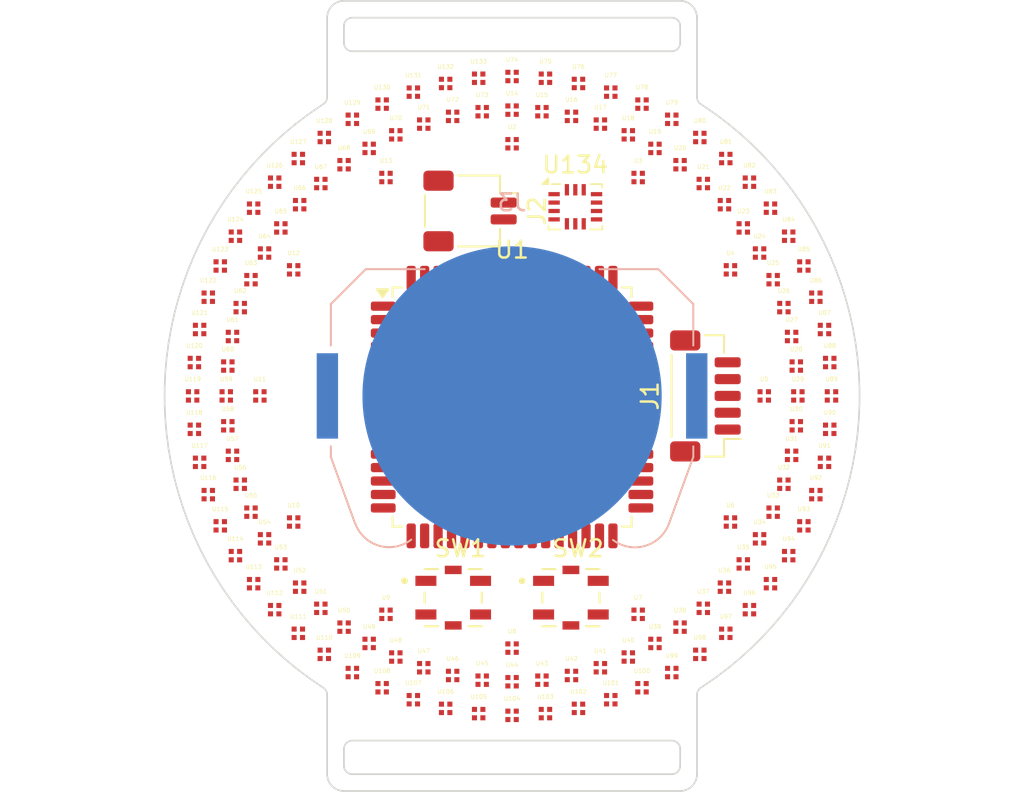
<source format=kicad_pcb>
(kicad_pcb (version 20241229) (generator "pcbnew") (generator_version "9.0")
  (layers (0 "F.Cu" signal) (2 "B.Cu" signal) (13 "F.Paste" user) (15 "B.Paste" user) (5 "F.SilkS" user "F.Silkscreen") (7 "B.SilkS" user "B.Silkscreen") (1 "F.Mask" user) (3 "B.Mask" user) (25 "Edge.Cuts" user))
  (net 0 "")
  (net 1 "/Minute3")
  (net 2 "/B4")
  (net 3 "/R1")
  (net 6 "Net-(J1-GND)")
  (net 8 "/Minute4")
  (net 9 "/Minute5")
  (net 10 "/R4")
  (net 11 "/B6")
  (net 12 "/Minute2")
  (net 13 "Net-(J1-VCC)")
  (net 14 "/B2")
  (net 15 "/Second4")
  (net 16 "/G5")
  (net 17 "/G1")
  (net 18 "/R6")
  (net 19 "/B5")
  (net 20 "Net-(J1-~{RST})")
  (net 21 "Net-(U1-PF2)")
  (net 22 "Net-(U1-PF0)")
  (net 23 "/Second7")
  (net 24 "/Minute6")
  (net 25 "/Second3")
  (net 26 "/Second2")
  (net 27 "/G2")
  (net 28 "/Minute10")
  (net 29 "/G6")
  (net 34 "/G3")
  (net 35 "/Hour2")
  (net 36 "/Second6")
  (net 37 "/B3")
  (net 40 "/R3")
  (net 41 "/Minute9")
  (net 42 "/Minute8")
  (net 43 "/G4")
  (net 44 "/R2")
  (net 45 "/Second10")
  (net 46 "/Minute7")
  (net 48 "/Minute1")
  (net 49 "/Second1")
  (net 51 "Net-(U1-PF3)")
  (net 52 "/Second8")
  (net 53 "/B1")
  (net 54 "/Second5")
  (net 55 "/Hour1")
  (net 56 "/Second9")
  (net 57 "/R5")
  (net 58 "Net-(U1-PF1)")
  (net 173 "Net-(U1-PD1)")
  (net 174 "Net-(U1-PE1)")
  (net 175 "Net-(U1-PE0)")
  (footprint "B39D3RGB_F6C0001HOU1930:B39D3RGB-F6C0001HOU1930_HVK" (layer "F.Cu") (at 93.085477 84.469727)
    (property "Reference" "U70")
    (property "Value" "B39D3RGB-F6C0001HOU1930")
  )
  (footprint "B39D3RGB_F6C0001HOU1930:B39D3RGB-F6C0001HOU1930_HVK" (layer "F.Cu") (at 112.713481 114.119751)
    (property "Reference" "U97")
    (property "Value" "B39D3RGB-F6C0001HOU1930")
  )
  (footprint "B39D3RGB_F6C0001HOU1930:B39D3RGB-F6C0001HOU1930_HVK" (layer "F.Cu") (at 86.246711 109.992349)
    (property "Reference" "U53")
    (property "Value" "B39D3RGB-F6C0001HOU1930")
  )
  (footprint "B39D3RGB_F6C0001HOU1930:B39D3RGB-F6C0001HOU1930_HVK" (layer "F.Cu") (at 116.628509 96.465501)
    (property "Reference" "U27")
    (property "Value" "B39D3RGB-F6C0001HOU1930")
  )
  (footprint "B39D3RGB_F6C0001HOU1930:B39D3RGB-F6C0001HOU1930_HVK" (layer "F.Cu") (at 90.00765 86.246711)
    (property "Reference" "U68")
    (property "Value" "B39D3RGB-F6C0001HOU1930")
  )
  (footprint "B39D3RGB_F6C0001HOU1930:B39D3RGB-F6C0001HOU1930_HVK" (layer "F.Cu") (at 94.128677 81.929926)
    (property "Reference" "U131")
    (property "Value" "B39D3RGB-F6C0001HOU1930")
  )
  (footprint "B39D3RGB_F6C0001HOU1930:B39D3RGB-F6C0001HOU1930_HVK" (layer "F.Cu") (at 81.104083 101.98604)
    (property "Reference" "U118")
    (property "Value" "B39D3RGB-F6C0001HOU1930")
  )
  (footprint "B39D3RGB_F6C0001HOU1930:B39D3RGB-F6C0001HOU1930_HVK" (layer "F.Cu") (at 91.5 114.722431)
    (property "Reference" "U49")
    (property "Value" "B39D3RGB-F6C0001HOU1930")
  )
  (footprint "B39D3RGB_F6C0001HOU1930:B39D3RGB-F6C0001HOU1930_HVK" (layer "F.Cu") (at 93.085477 115.530272)
    (property "Reference" "U48")
    (property "Value" "B39D3RGB-F6C0001HOU1930")
  )
  (footprint "B39D3RGB_F6C0001HOU1930:B39D3RGB-F6C0001HOU1930_HVK" (layer "F.Cu") (at 118.070073 105.871322)
    (property "Reference" "U92")
    (property "Value" "B39D3RGB-F6C0001HOU1930")
  )
  (footprint "B39D3RGB_F6C0001HOU1930:B39D3RGB-F6C0001HOU1930_HVK" (layer "F.Cu") (at 85.277568 91.5)
    (property "Reference" "U64")
    (property "Value" "B39D3RGB-F6C0001HOU1930")
  )
  (footprint "B39D3RGB_F6C0001HOU1930:B39D3RGB-F6C0001HOU1930_HVK" (layer "F.Cu") (at 115.530272 93.085477)
    (property "Reference" "U25")
    (property "Value" "B39D3RGB-F6C0001HOU1930")
  )
  (footprint "B39D3RGB_F6C0001HOU1930:B39D3RGB-F6C0001HOU1930_HVK" (layer "F.Cu") (at 108.5 85.277568)
    (property "Reference" "U19")
    (property "Value" "B39D3RGB-F6C0001HOU1930")
  )
  (footprint "B39D3RGB_F6C0001HOU1930:B39D3RGB-F6C0001HOU1930_HVK" (layer "F.Cu") (at 105.871322 118.070073)
    (property "Reference" "U101")
    (property "Value" "B39D3RGB-F6C0001HOU1930")
  )
  (footprint "B39D3RGB_F6C0001HOU1930:B39D3RGB-F6C0001HOU1930_HVK" (layer "F.Cu") (at 112.633462 88.624779)
    (property "Reference" "U22")
    (property "Value" "B39D3RGB-F6C0001HOU1930")
  )
  (footprint "Connector_JST:JST_SH_SM02B-SRSS-TB_1x02-1MP_P1.00mm_Horizontal" (layer "F.Cu") (at 97.5 89 -90)
    (property "Reference" "J2")
    (property "Value" "Lipo")
  )
  (footprint "B39D3RGB_F6C0001HOU1930:B39D3RGB-F6C0001HOU1930_HVK" (layer "F.Cu") (at 100 85)
    (property "Reference" "U2")
    (property "Value" "B39D3RGB-F6C0001HOU1930")
  )
  (footprint "B39D3RGB_F6C0001HOU1930:B39D3RGB-F6C0001HOU1930_HVK" (layer "F.Cu") (at 100 119)
    (property "Reference" "U104")
    (property "Value" "B39D3RGB-F6C0001HOU1930")
  )
  (footprint "B39D3RGB_F6C0001HOU1930:B39D3RGB-F6C0001HOU1930_HVK" (layer "F.Cu") (at 114.119751 112.713481)
    (property "Reference" "U96")
    (property "Value" "B39D3RGB-F6C0001HOU1930")
  )
  (footprint "B39D3RGB_F6C0001HOU1930:B39D3RGB-F6C0001HOU1930_HVK" (layer "F.Cu") (at 103.534498 116.628509)
    (property "Reference" "U42")
    (property "Value" "B39D3RGB-F6C0001HOU1930")
  )
  (footprint "B39D3RGB_F6C0001HOU1930:B39D3RGB-F6C0001HOU1930_HVK" (layer "F.Cu") (at 83 100)
    (property "Reference" "U59")
    (property "Value" "B39D3RGB-F6C0001HOU1930")
  )
  (footprint "B39D3RGB_F6C0001HOU1930:B39D3RGB-F6C0001HOU1930_HVK" (layer "F.Cu") (at 96.465501 116.628509)
    (property "Reference" "U46")
    (property "Value" "B39D3RGB-F6C0001HOU1930")
  )
  (footprint "B39D3RGB_F6C0001HOU1930:B39D3RGB-F6C0001HOU1930_HVK" (layer "F.Cu") (at 112.713481 85.880248)
    (property "Reference" "U81")
    (property "Value" "B39D3RGB-F6C0001HOU1930")
  )
  (footprint "B39D3RGB_F6C0001HOU1930:B39D3RGB-F6C0001HOU1930_HVK" (layer "F.Cu") (at 118.584804 96.049677)
    (property "Reference" "U87")
    (property "Value" "B39D3RGB-F6C0001HOU1930")
  )
  (footprint "B39D3RGB_F6C0001HOU1930:B39D3RGB-F6C0001HOU1930_HVK" (layer "F.Cu") (at 84.469727 106.914522)
    (property "Reference" "U55")
    (property "Value" "B39D3RGB-F6C0001HOU1930")
  )
  (footprint "B39D3RGB_F6C0001HOU1930:B39D3RGB-F6C0001HOU1930_HVK" (layer "F.Cu") (at 96.465501 83.37149)
    (property "Reference" "U72")
    (property "Value" "B39D3RGB-F6C0001HOU1930")
  )
  (footprint "B39D3RGB_F6C0001HOU1930:B39D3RGB-F6C0001HOU1930_HVK" (layer "F.Cu") (at 83.093127 101.776983)
    (property "Reference" "U58")
    (property "Value" "B39D3RGB-F6C0001HOU1930")
  )
  (footprint "B39D3RGB_F6C0001HOU1930:B39D3RGB-F6C0001HOU1930_HVK" (layer "F.Cu") (at 107.5 87.009618)
    (property "Reference" "U3")
    (property "Value" "B39D3RGB-F6C0001HOU1930")
  )
  (footprint "B39D3RGB_F6C0001HOU1930:B39D3RGB-F6C0001HOU1930_HVK" (layer "F.Cu") (at 105.253288 116.16796)
    (property "Reference" "U41")
    (property "Value" "B39D3RGB-F6C0001HOU1930")
  )
  (footprint "B39D3RGB_F6C0001HOU1930:B39D3RGB-F6C0001HOU1930_HVK" (layer "F.Cu") (at 81.104083 98.013959)
    (property "Reference" "U120")
    (property "Value" "B39D3RGB-F6C0001HOU1930")
  )
  (footprint "B39D3RGB_F6C0001HOU1930:B39D3RGB-F6C0001HOU1930_HVK" (layer "F.Cu") (at 92.272003 117.357363)
    (property "Reference" "U108")
    (property "Value" "B39D3RGB-F6C0001HOU1930")
  )
  (footprint "B39D3RGB_F6C0001HOU1930:B39D3RGB-F6C0001HOU1930_HVK" (layer "F.Cu") (at 118.895916 101.98604)
    (property "Reference" "U90")
    (property "Value" "B39D3RGB-F6C0001HOU1930")
  )
  (footprint "B39D3RGB_F6C0001HOU1930:B39D3RGB-F6C0001HOU1930_HVK" (layer "F.Cu") (at 105.871322 81.929926)
    (property "Reference" "U77")
    (property "Value" "B39D3RGB-F6C0001HOU1930")
  )
  (footprint "B39D3RGB_F6C0001HOU1930:B39D3RGB-F6C0001HOU1930_HVK" (layer "F.Cu") (at 98.223016 83.093127)
    (property "Reference" "U73")
    (property "Value" "B39D3RGB-F6C0001HOU1930")
  )
  (footprint "B39D3RGB_F6C0001HOU1930:B39D3RGB-F6C0001HOU1930_HVK" (layer "F.Cu") (at 92.272003 82.642636)
    (property "Reference" "U130")
    (property "Value" "B39D3RGB-F6C0001HOU1930")
  )
  (footprint "B39D3RGB_F6C0001HOU1930:B39D3RGB-F6C0001HOU1930_HVK" (layer "F.Cu") (at 115.371322 88.83208)
    (property "Reference" "U83")
    (property "Value" "B39D3RGB-F6C0001HOU1930")
  )
  (footprint "B39D3RGB_F6C0001HOU1930:B39D3RGB-F6C0001HOU1930_HVK" (layer "F.Cu") (at 119 100)
    (property "Reference" "U89")
    (property "Value" "B39D3RGB-F6C0001HOU1930")
  )
  (footprint "B39D3RGB_F6C0001HOU1930:B39D3RGB-F6C0001HOU1930_HVK" (layer "F.Cu") (at 111.37522 112.633462)
    (property "Reference" "U37")
    (property "Value" "B39D3RGB-F6C0001HOU1930")
  )
  (footprint "B39D3RGB_F6C0001HOU1930:B39D3RGB-F6C0001HOU1930_HVK" (layer "F.Cu") (at 113.753288 109.992349)
    (property "Reference" "U35")
    (property "Value" "B39D3RGB-F6C0001HOU1930")
  )
  (footprint "B39D3RGB_F6C0001HOU1930:B39D3RGB-F6C0001HOU1930_HVK" (layer "F.Cu") (at 81.415195 103.950322)
    (property "Reference" "U117")
    (property "Value" "B39D3RGB-F6C0001HOU1930")
  )
  (footprint "B39D3RGB_F6C0001HOU1930:B39D3RGB-F6C0001HOU1930_HVK" (layer "F.Cu") (at 92.5 112.990381)
    (property "Reference" "U9")
    (property "Value" "B39D3RGB-F6C0001HOU1930")
  )
  (footprint "B39D3RGB_F6C0001HOU1930:B39D3RGB-F6C0001HOU1930_HVK" (layer "F.Cu") (at 87.286518 85.880248)
    (property "Reference" "U127")
    (property "Value" "B39D3RGB-F6C0001HOU1930")
  )
  (footprint "B39D3RGB_F6C0001HOU1930:B39D3RGB-F6C0001HOU1930_HVK" (layer "F.Cu") (at 101.776983 83.093127)
    (property "Reference" "U15")
    (property "Value" "B39D3RGB-F6C0001HOU1930")
  )
  (footprint "B39D3RGB_F6C0001HOU1930:B39D3RGB-F6C0001HOU1930_HVK" (layer "F.Cu") (at 106.914522 84.469727)
    (property "Reference" "U18")
    (property "Value" "B39D3RGB-F6C0001HOU1930")
  )
  (footprint "B39D3RGB_F6C0001HOU1930:B39D3RGB-F6C0001HOU1930_HVK" (layer "F.Cu") (at 114.722431 91.5)
    (property "Reference" "U24")
    (property "Value" "B39D3RGB-F6C0001HOU1930")
  )
  (footprint "B39D3RGB_F6C0001HOU1930:B39D3RGB-F6C0001HOU1930_HVK" (layer "F.Cu") (at 111.37522 87.366537)
    (property "Reference" "U21")
    (property "Value" "B39D3RGB-F6C0001HOU1930")
  )
  (footprint "kicad-footprints:SW_TS21-34-035-BK-260-SMT-TR" (layer "F.Cu") (at 103.5 112)
    (property "Reference" "SW2")
    (property "Value" "SW_DPST")
  )
  (footprint "B39D3RGB_F6C0001HOU1930:B39D3RGB-F6C0001HOU1930_HVK" (layer "F.Cu") (at 98.013959 81.104083)
    (property "Reference" "U133")
    (property "Value" "B39D3RGB-F6C0001HOU1930")
  )
  (footprint "B39D3RGB_F6C0001HOU1930:B39D3RGB-F6C0001HOU1930_HVK" (layer "F.Cu") (at 100 117)
    (property "Reference" "U44")
    (property "Value" "B39D3RGB-F6C0001HOU1930")
  )
  (footprint "B39D3RGB_F6C0001HOU1930:B39D3RGB-F6C0001HOU1930_HVK" (layer "F.Cu") (at 84.628677 88.83208)
    (property "Reference" "U125")
    (property "Value" "B39D3RGB-F6C0001HOU1930")
  )
  (footprint "B39D3RGB_F6C0001HOU1930:B39D3RGB-F6C0001HOU1930_HVK" (layer "F.Cu") (at 108.5 114.722431)
    (property "Reference" "U39")
    (property "Value" "B39D3RGB-F6C0001HOU1930")
  )
  (footprint "B39D3RGB_F6C0001HOU1930:B39D3RGB-F6C0001HOU1930_HVK" (layer "F.Cu") (at 112.990381 92.5)
    (property "Reference" "U4")
    (property "Value" "B39D3RGB-F6C0001HOU1930")
  )
  (footprint "B39D3RGB_F6C0001HOU1930:B39D3RGB-F6C0001HOU1930_HVK" (layer "F.Cu") (at 114.722431 108.5)
    (property "Reference" "U34")
    (property "Value" "B39D3RGB-F6C0001HOU1930")
  )
  (footprint "B39D3RGB_F6C0001HOU1930:B39D3RGB-F6C0001HOU1930_HVK" (layer "F.Cu") (at 111.167919 84.628677)
    (property "Reference" "U80")
    (property "Value" "B39D3RGB-F6C0001HOU1930")
  )
  (footprint "B39D3RGB_F6C0001HOU1930:B39D3RGB-F6C0001HOU1930_HVK" (layer "F.Cu") (at 83.545517 109.5)
    (property "Reference" "U114")
    (property "Value" "B39D3RGB-F6C0001HOU1930")
  )
  (footprint "B39D3RGB_F6C0001HOU1930:B39D3RGB-F6C0001HOU1930_HVK" (layer "F.Cu") (at 83.37149 96.465501)
    (property "Reference" "U61")
    (property "Value" "B39D3RGB-F6C0001HOU1930")
  )
  (footprint "B39D3RGB_F6C0001HOU1930:B39D3RGB-F6C0001HOU1930_HVK" (layer "F.Cu") (at 90.5 116.454482)
    (property "Reference" "U109")
    (property "Value" "B39D3RGB-F6C0001HOU1930")
  )
  (footprint "B39D3RGB_F6C0001HOU1930:B39D3RGB-F6C0001HOU1930_HVK" (layer "F.Cu") (at 94.128677 118.070073)
    (property "Reference" "U107")
    (property "Value" "B39D3RGB-F6C0001HOU1930")
  )
  (footprint "B39D3RGB_F6C0001HOU1930:B39D3RGB-F6C0001HOU1930_HVK" (layer "F.Cu") (at 81.415195 96.049677)
    (property "Reference" "U121")
    (property "Value" "B39D3RGB-F6C0001HOU1930")
  )
  (footprint "B39D3RGB_F6C0001HOU1930:B39D3RGB-F6C0001HOU1930_HVK" (layer "F.Cu") (at 101.776983 116.906872)
    (property "Reference" "U43")
    (property "Value" "B39D3RGB-F6C0001HOU1930")
  )
  (footprint "B39D3RGB_F6C0001HOU1930:B39D3RGB-F6C0001HOU1930_HVK" (layer "F.Cu") (at 86.246711 90.00765)
    (property "Reference" "U65")
    (property "Value" "B39D3RGB-F6C0001HOU1930")
  )
  (footprint "B39D3RGB_F6C0001HOU1930:B39D3RGB-F6C0001HOU1930_HVK" (layer "F.Cu") (at 107.5 112.990381)
    (property "Reference" "U7")
    (property "Value" "B39D3RGB-F6C0001HOU1930")
  )
  (footprint "B39D3RGB_F6C0001HOU1930:B39D3RGB-F6C0001HOU1930_HVK" (layer "F.Cu") (at 91.5 85.277568)
    (property "Reference" "U69")
    (property "Value" "B39D3RGB-F6C0001HOU1930")
  )
  (footprint "B39D3RGB_F6C0001HOU1930:B39D3RGB-F6C0001HOU1930_HVK" (layer "F.Cu") (at 98.013959 118.895916)
    (property "Reference" "U105")
    (property "Value" "B39D3RGB-F6C0001HOU1930")
  )
  (footprint "B39D3RGB_F6C0001HOU1930:B39D3RGB-F6C0001HOU1930_HVK" (layer "F.Cu") (at 90.499999 83.545517)
    (property "Reference" "U129")
    (property "Value" "B39D3RGB-F6C0001HOU1930")
  )
  (footprint "B39D3RGB_F6C0001HOU1930:B39D3RGB-F6C0001HOU1930_HVK" (layer "F.Cu") (at 115.371322 111.167919)
    (property "Reference" "U95")
    (property "Value" "B39D3RGB-F6C0001HOU1930")
  )
  (footprint "B39D3RGB_F6C0001HOU1930:B39D3RGB-F6C0001HOU1930_HVK" (layer "F.Cu") (at 116.16796 105.253288)
    (property "Reference" "U32")
    (property "Value" "B39D3RGB-F6C0001HOU1930")
  )
  (footprint "B39D3RGB_F6C0001HOU1930:B39D3RGB-F6C0001HOU1930_HVK" (layer "F.Cu") (at 85.277568 108.5)
    (property "Reference" "U54")
    (property "Value" "B39D3RGB-F6C0001HOU1930")
  )
  (footprint "B39D3RGB_F6C0001HOU1930:B39D3RGB-F6C0001HOU1930_HVK" (layer "F.Cu") (at 88.83208 84.628677)
    (property "Reference" "U128")
    (property "Value" "B39D3RGB-F6C0001HOU1930")
  )
  (footprint "B39D3RGB_F6C0001HOU1930:B39D3RGB-F6C0001HOU1930_HVK" (layer "F.Cu") (at 116.906872 101.776983)
    (property "Reference" "U30")
    (property "Value" "B39D3RGB-F6C0001HOU1930")
  )
  (footprint "B39D3RGB_F6C0001HOU1930:B39D3RGB-F6C0001HOU1930_HVK" (layer "F.Cu") (at 85.880248 87.286518)
    (property "Reference" "U126")
    (property "Value" "B39D3RGB-F6C0001HOU1930")
  )
  (footprint "B39D3RGB_F6C0001HOU1930:B39D3RGB-F6C0001HOU1930_HVK" (layer "F.Cu") (at 116.628509 103.534498)
    (property "Reference" "U31")
    (property "Value" "B39D3RGB-F6C0001HOU1930")
  )
  (footprint "B39D3RGB_F6C0001HOU1930:B39D3RGB-F6C0001HOU1930_HVK" (layer "F.Cu") (at 90.00765 113.753288)
    (property "Reference" "U50")
    (property "Value" "B39D3RGB-F6C0001HOU1930")
  )
  (footprint "B39D3RGB_F6C0001HOU1930:B39D3RGB-F6C0001HOU1930_HVK" (layer "F.Cu") (at 83.832039 94.746711)
    (property "Reference" "U62")
    (property "Value" "B39D3RGB-F6C0001HOU1930")
  )
  (footprint "B39D3RGB_F6C0001HOU1930:B39D3RGB-F6C0001HOU1930_HVK" (layer "F.Cu") (at 96.049677 118.584804)
    (property "Reference" "U106")
    (property "Value" "B39D3RGB-F6C0001HOU1930")
  )
  (footprint "B39D3RGB_F6C0001HOU1930:B39D3RGB-F6C0001HOU1930_HVK" (layer "F.Cu") (at 109.992349 86.246711)
    (property "Reference" "U20")
    (property "Value" "B39D3RGB-F6C0001HOU1930")
  )
  (footprint "B39D3RGB_F6C0001HOU1930:B39D3RGB-F6C0001HOU1930_HVK" (layer "F.Cu") (at 83.545517 90.5)
    (property "Reference" "U124")
    (property "Value" "B39D3RGB-F6C0001HOU1930")
  )
  (footprint "B39D3RGB_F6C0001HOU1930:B39D3RGB-F6C0001HOU1930_HVK" (layer "F.Cu") (at 117.357363 107.727996)
    (property "Reference" "U93")
    (property "Value" "B39D3RGB-F6C0001HOU1930")
  )
  (footprint "B39D3RGB_F6C0001HOU1930:B39D3RGB-F6C0001HOU1930_HVK" (layer "F.Cu") (at 101.98604 118.895916)
    (property "Reference" "U103")
    (property "Value" "B39D3RGB-F6C0001HOU1930")
  )
  (footprint "B39D3RGB_F6C0001HOU1930:B39D3RGB-F6C0001HOU1930_HVK" (layer "F.Cu") (at 118.070073 94.128677)
    (property "Reference" "U86")
    (property "Value" "B39D3RGB-F6C0001HOU1930")
  )
  (footprint "B39D3RGB_F6C0001HOU1930:B39D3RGB-F6C0001HOU1930_HVK" (layer "F.Cu") (at 85.880248 112.713481)
    (property "Reference" "U112")
    (property "Value" "B39D3RGB-F6C0001HOU1930")
  )
  (footprint "kicad-footprints:SW_TS21-34-035-BK-260-SMT-TR" (layer "F.Cu") (at 96.5 112)
    (property "Reference" "SW1")
    (property "Value" "SW_DPST")
  )
  (footprint "B39D3RGB_F6C0001HOU1930:B39D3RGB-F6C0001HOU1930_HVK" (layer "F.Cu") (at 84.469727 93.085477)
    (property "Reference" "U63")
    (property "Value" "B39D3RGB-F6C0001HOU1930")
  )
  (footprint "B39D3RGB_F6C0001HOU1930:B39D3RGB-F6C0001HOU1930_HVK" (layer "F.Cu") (at 116.454482 90.5)
    (property "Reference" "U84")
    (property "Value" "B39D3RGB-F6C0001HOU1930")
  )
  (footprint "B39D3RGB_F6C0001HOU1930:B39D3RGB-F6C0001HOU1930_HVK" (layer "F.Cu") (at 117.357363 92.272003)
    (property "Reference" "U85")
    (property "Value" "B39D3RGB-F6C0001HOU1930")
  )
  (footprint "B39D3RGB_F6C0001HOU1930:B39D3RGB-F6C0001HOU1930_HVK" (layer "F.Cu") (at 114.119751 87.286518)
    (property "Reference" "U82")
    (property "Value" "B39D3RGB-F6C0001HOU1930")
  )
  (footprint "B39D3RGB_F6C0001HOU1930:B39D3RGB-F6C0001HOU1930_HVK" (layer "F.Cu") (at 87.366537 88.624779)
    (property "Reference" "U66")
    (property "Value" "B39D3RGB-F6C0001HOU1930")
  )
  (footprint "B39D3RGB_F6C0001HOU1930:B39D3RGB-F6C0001HOU1930_HVK" (layer "F.Cu") (at 83.093127 98.223016)
    (property "Reference" "U60")
    (property "Value" "B39D3RGB-F6C0001HOU1930")
  )
  (footprint "B39D3RGB_F6C0001HOU1930:B39D3RGB-F6C0001HOU1930_HVK" (layer "F.Cu") (at 100 83)
    (property "Reference" "U14")
    (property "Value" "B39D3RGB-F6C0001HOU1930")
  )
  (footprint "B39D3RGB_F6C0001HOU1930:B39D3RGB-F6C0001HOU1930_HVK" (layer "F.Cu") (at 109.992349 113.753288)
    (property "Reference" "U38")
    (property "Value" "B39D3RGB-F6C0001HOU1930")
  )
  (footprint "B39D3RGB_F6C0001HOU1930:B39D3RGB-F6C0001HOU1930_HVK" (layer "F.Cu") (at 103.950322 81.415195)
    (property "Reference" "U76")
    (property "Value" "B39D3RGB-F6C0001HOU1930")
  )
  (footprint "B39D3RGB_F6C0001HOU1930:B39D3RGB-F6C0001HOU1930_HVK" (layer "F.Cu") (at 96.049677 81.415195)
    (property "Reference" "U132")
    (property "Value" "B39D3RGB-F6C0001HOU1930")
  )
  (footprint "B39D3RGB_F6C0001HOU1930:B39D3RGB-F6C0001HOU1930_HVK" (layer "F.Cu") (at 81 100)
    (property "Reference" "U119")
    (property "Value" "B39D3RGB-F6C0001HOU1930")
  )
  (footprint "B39D3RGB_F6C0001HOU1930:B39D3RGB-F6C0001HOU1930_HVK" (layer "F.Cu") (at 111.167919 115.371322)
    (property "Reference" "U98")
    (property "Value" "B39D3RGB-F6C0001HOU1930")
  )
  (footprint "B39D3RGB_F6C0001HOU1930:B39D3RGB-F6C0001HOU1930_HVK" (layer "F.Cu") (at 113.753288 90.00765)
    (property "Reference" "U23")
    (property "Value" "B39D3RGB-F6C0001HOU1930")
  )
  (footprint "B39D3RGB_F6C0001HOU1930:B39D3RGB-F6C0001HOU1930_HVK" (layer "F.Cu") (at 101.98604 81.104083)
    (property "Reference" "U75")
    (property "Value" "B39D3RGB-F6C0001HOU1930")
  )
  (footprint "B39D3RGB_F6C0001HOU1930:B39D3RGB-F6C0001HOU1930_HVK" (layer "F.Cu") (at 87.009618 107.5)
    (property "Reference" "U10")
    (property "Value" "B39D3RGB-F6C0001HOU1930")
  )
  (footprint "B39D3RGB_F6C0001HOU1930:B39D3RGB-F6C0001HOU1930_HVK" (layer "F.Cu") (at 85 100)
    (property "Reference" "U11")
    (property "Value" "B39D3RGB-F6C0001HOU1930")
  )
  (footprint "B39D3RGB_F6C0001HOU1930:B39D3RGB-F6C0001HOU1930_HVK" (layer "F.Cu") (at 116.454482 109.5)
    (property "Reference" "U94")
    (property "Value" "B39D3RGB-F6C0001HOU1930")
  )
  (footprint "B39D3RGB_F6C0001HOU1930:B39D3RGB-F6C0001HOU1930_HVK" (layer "F.Cu") (at 82.642636 107.727996)
    (property "Reference" "U115")
    (property "Value" "B39D3RGB-F6C0001HOU1930")
  )
  (footprint "B39D3RGB_F6C0001HOU1930:B39D3RGB-F6C0001HOU1930_HVK" (layer "F.Cu") (at 87.286518 114.119751)
    (property "Reference" "U111")
    (property "Value" "B39D3RGB-F6C0001HOU1930")
  )
  (footprint "B39D3RGB_F6C0001HOU1930:B39D3RGB-F6C0001HOU1930_HVK" (layer "F.Cu") (at 88.624779 112.633462)
    (property "Reference" "U51")
    (property "Value" "B39D3RGB-F6C0001HOU1930")
  )
  (footprint "B39D3RGB_F6C0001HOU1930:B39D3RGB-F6C0001HOU1930_HVK" (layer "F.Cu") (at 100 81)
    (property "Reference" "U74")
    (property "Value" "B39D3RGB-F6C0001HOU1930")
  )
  (footprint "B39D3RGB_F6C0001HOU1930:B39D3RGB-F6C0001HOU1930_HVK" (layer "F.Cu") (at 92.5 87.009618)
    (property "Reference" "U13")
    (property "Value" "B39D3RGB-F6C0001HOU1930")
  )
  (footprint "B39D3RGB_F6C0001HOU1930:B39D3RGB-F6C0001HOU1930_HVK" (layer "F.Cu") (at 112.633462 111.37522)
    (property "Reference" "U36")
    (property "Value" "B39D3RGB-F6C0001HOU1930")
  )
  (footprint "B39D3RGB_F6C0001HOU1930:B39D3RGB-F6C0001HOU1930_HVK" (layer "F.Cu") (at 100 115)
    (property "Reference" "U8")
    (property "Value" "B39D3RGB-F6C0001HOU1930")
  )
  (footprint "B39D3RGB_F6C0001HOU1930:B39D3RGB-F6C0001HOU1930_HVK" (layer "F.Cu") (at 103.534498 83.37149)
    (property "Reference" "U16")
    (property "Value" "B39D3RGB-F6C0001HOU1930")
  )
  (footprint "B39D3RGB_F6C0001HOU1930:B39D3RGB-F6C0001HOU1930_HVK" (layer "F.Cu") (at 115 100)
    (property "Reference" "U5")
    (property "Value" "B39D3RGB-F6C0001HOU1930")
  )
  (footprint "B39D3RGB_F6C0001HOU1930:B39D3RGB-F6C0001HOU1930_HVK" (layer "F.Cu") (at 109.5 83.545517)
    (property "Reference" "U79")
    (property "Value" "B39D3RGB-F6C0001HOU1930")
  )
  (footprint "B39D3RGB_F6C0001HOU1930:B39D3RGB-F6C0001HOU1930_HVK" (layer "F.Cu") (at 117 100)
    (property "Reference" "U29")
    (property "Value" "B39D3RGB-F6C0001HOU1930")
  )
  (footprint "B39D3RGB_F6C0001HOU1930:B39D3RGB-F6C0001HOU1930_HVK" (layer "F.Cu") (at 103.950322 118.584804)
    (property "Reference" "U102")
    (property "Value" "B39D3RGB-F6C0001HOU1930")
  )
  (footprint "B39D3RGB_F6C0001HOU1930:B39D3RGB-F6C0001HOU1930_HVK" (layer "F.Cu") (at 83.832039 105.253288)
    (property "Reference" "U56")
    (property "Value" "B39D3RGB-F6C0001HOU1930")
  )
  (footprint "B39D3RGB_F6C0001HOU1930:B39D3RGB-F6C0001HOU1930_HVK" (layer "F.Cu") (at 87.009618 92.5)
    (property "Reference" "U12")
    (property "Value" "B39D3RGB-F6C0001HOU1930")
  )
  (footprint "B39D3RGB_F6C0001HOU1930:B39D3RGB-F6C0001HOU1930_HVK" (layer "F.Cu") (at 115.530272 106.914522)
    (property "Reference" "U33")
    (property "Value" "B39D3RGB-F6C0001HOU1930")
  )
  (footprint "Package_QFP:TQFP-64_14x14mm_P0.8mm" (layer "F.Cu") (at 100 100.6625)
    (property "Reference" "U1")
    (property "Value" "ATmega165PA-A")
  )
  (footprint "B39D3RGB_F6C0001HOU1930:B39D3RGB-F6C0001HOU1930_HVK" (layer "F.Cu") (at 83.37149 103.534498)
    (property "Reference" "U57")
    (property "Value" "B39D3RGB-F6C0001HOU1930")
  )
  (footprint "B39D3RGB_F6C0001HOU1930:B39D3RGB-F6C0001HOU1930_HVK" (layer "F.Cu") (at 105.253288 83.832039)
    (property "Reference" "U17")
    (property "Value" "B39D3RGB-F6C0001HOU1930")
  )
  (footprint "B39D3RGB_F6C0001HOU1930:B39D3RGB-F6C0001HOU1930_HVK" (layer "F.Cu") (at 88.624779 87.366537)
    (property "Reference" "U67")
    (property "Value" "B39D3RGB-F6C0001HOU1930")
  )
  (footprint "B39D3RGB_F6C0001HOU1930:B39D3RGB-F6C0001HOU1930_HVK" (layer "F.Cu") (at 94.746711 83.832039)
    (property "Reference" "U71")
    (property "Value" "B39D3RGB-F6C0001HOU1930")
  )
  (footprint "B39D3RGB_F6C0001HOU1930:B39D3RGB-F6C0001HOU1930_HVK" (layer "F.Cu") (at 107.727996 82.642636)
    (property "Reference" "U78")
    (property "Value" "B39D3RGB-F6C0001HOU1930")
  )
  (footprint "Connector_JST:JST_SH_BM05B-SRSS-TB_1x05-1MP_P1.00mm_Vertical" (layer "F.Cu") (at 111.5 100 90)
    (property "Reference" "J1")
    (property "Value" "AVR-ISP-6")
  )
  (footprint "B39D3RGB_F6C0001HOU1930:B39D3RGB-F6C0001HOU1930_HVK" (layer "F.Cu") (at 118.895916 98.013959)
    (property "Reference" "U88")
    (property "Value" "B39D3RGB-F6C0001HOU1930")
  )
  (footprint "B39D3RGB_F6C0001HOU1930:B39D3RGB-F6C0001HOU1930_HVK" (layer "F.Cu") (at 106.914522 115.530272)
    (property "Reference" "U40")
    (property "Value" "B39D3RGB-F6C0001HOU1930")
  )
  (footprint "Package_LGA:Bosch_LGA-14_3x2.5mm_P0.5mm" (layer "F.Cu") (at 103.7625 88.75)
    (property "Reference" "U134")
    (property "Value" "BMI160")
  )
  (footprint "B39D3RGB_F6C0001HOU1930:B39D3RGB-F6C0001HOU1930_HVK" (layer "F.Cu") (at 84.628677 111.167919)
    (property "Reference" "U113")
    (property "Value" "B39D3RGB-F6C0001HOU1930")
  )
  (footprint "B39D3RGB_F6C0001HOU1930:B39D3RGB-F6C0001HOU1930_HVK" (layer "F.Cu") (at 116.16796 94.746711)
    (property "Reference" "U26")
    (property "Value" "B39D3RGB-F6C0001HOU1930")
  )
  (footprint "B39D3RGB_F6C0001HOU1930:B39D3RGB-F6C0001HOU1930_HVK" (layer "F.Cu") (at 94.746711 116.16796)
    (property "Reference" "U47")
    (property "Value" "B39D3RGB-F6C0001HOU1930")
  )
  (footprint "B39D3RGB_F6C0001HOU1930:B39D3RGB-F6C0001HOU1930_HVK" (layer "F.Cu") (at 118.584804 103.950322)
    (property "Reference" "U91")
    (property "Value" "B39D3RGB-F6C0001HOU1930")
  )
  (footprint "B39D3RGB_F6C0001HOU1930:B39D3RGB-F6C0001HOU1930_HVK" (layer "F.Cu") (at 87.366537 111.37522)
    (property "Reference" "U52")
    (property "Value" "B39D3RGB-F6C0001HOU1930")
  )
  (footprint "B39D3RGB_F6C0001HOU1930:B39D3RGB-F6C0001HOU1930_HVK" (layer "F.Cu") (at 81.929926 105.871322)
    (property "Reference" "U116")
    (property "Value" "B39D3RGB-F6C0001HOU1930")
  )
  (footprint "B39D3RGB_F6C0001HOU1930:B39D3RGB-F6C0001HOU1930_HVK" (layer "F.Cu") (at 81.929926 94.128677)
    (property "Reference" "U122")
    (property "Value" "B39D3RGB-F6C0001HOU1930")
  )
  (footprint "B39D3RGB_F6C0001HOU1930:B39D3RGB-F6C0001HOU1930_HVK" (layer "F.Cu") (at 88.83208 115.371322)
    (property "Reference" "U110")
    (property "Value" "B39D3RGB-F6C0001HOU1930")
  )
  (footprint "B39D3RGB_F6C0001HOU1930:B39D3RGB-F6C0001HOU1930_HVK" (layer "F.Cu") (at 112.990381 107.5)
    (property "Reference" "U6")
    (property "Value" "B39D3RGB-F6C0001HOU1930")
  )
  (footprint "B39D3RGB_F6C0001HOU1930:B39D3RGB-F6C0001HOU1930_HVK" (layer "F.Cu") (at 109.5 116.454482)
    (property "Reference" "U99")
    (property "Value" "B39D3RGB-F6C0001HOU1930")
  )
  (footprint "B39D3RGB_F6C0001HOU1930:B39D3RGB-F6C0001HOU1930_HVK" (layer "F.Cu") (at 107.727996 117.357363)
    (property "Reference" "U100")
    (property "Value" "B39D3RGB-F6C0001HOU1930")
  )
  (footprint "B39D3RGB_F6C0001HOU1930:B39D3RGB-F6C0001HOU1930_HVK" (layer "F.Cu") (at 82.642636 92.272003)
    (property "Reference" "U123")
    (property "Value" "B39D3RGB-F6C0001HOU1930")
  )
  (footprint "B39D3RGB_F6C0001HOU1930:B39D3RGB-F6C0001HOU1930_HVK" (layer "F.Cu") (at 116.906872 98.223016)
    (property "Reference" "U28")
    (property "Value" "B39D3RGB-F6C0001HOU1930")
  )
  (footprint "B39D3RGB_F6C0001HOU1930:B39D3RGB-F6C0001HOU1930_HVK" (layer "F.Cu") (at 98.223016 116.906872)
    (property "Reference" "U45")
    (property "Value" "B39D3RGB-F6C0001HOU1930")
  )
  (footprint "Battery:BatteryHolder_Keystone_3034_1x20mm" (layer "B.Cu") (at 100 100 180)
    (property "Reference" "J3")
    (property "Value" "Coin Cell")
  )
  (gr_line (start 86.44163 84.39507) (end 85.786014 84.989813) (layer "Edge.Cuts"))
  (gr_arc (start 110.999869 77.494289) (mid 110.999968 77.500044) (end 111 77.505799) (layer "Edge.Cuts"))
  (gr_line (start 120.546723 97.72503) (end 120.430433 96.847091) (layer "Edge.Cuts"))
  (gr_arc (start 116.075837 112.996568) (mid 116.069029 113.005171) (end 116.062034 113.013622) (layer "Edge.Cuts"))
  (gr_arc (start 83.937985 113.013644) (mid 83.930951 113.005146) (end 83.924107 112.996495) (layer "Edge.Cuts"))
  (gr_line (start 117.631778 89.208166) (end 117.153518 88.4631) (layer "Edge.Cuts"))
  (gr_arc (start 89.010725 122.640879) (mid 89.004255 122.599231) (end 89.001308 122.557187) (layer "Edge.Cuts"))
  (gr_line (start 90.5 77.5) (end 109.5 77.5) (stroke (width 0.1)) (layer "Edge.Cuts"))
  (gr_line (start 83.369303 87.721435) (end 82.858702 88.444945) (layer "Edge.Cuts"))
  (gr_line (start 114.230082 114.994933) (end 114.858977 114.371983) (layer "Edge.Cuts"))
  (gr_line (start 110.513439 123.356724) (end 110.594985 123.302238) (layer "Edge.Cuts"))
  (gr_arc (start 120.667058 99.535286) (mid 120.66742 99.54629) (end 120.667542 99.557299) (layer "Edge.Cuts"))
  (gr_line (start 88.609294 82.749019) (end 87.879973 83.253412) (layer "Edge.Cuts"))
  (gr_line (start 116.062037 86.986382) (end 115.490007 86.310477) (layer "Edge.Cuts"))
  (gr_arc (start 79.332942 100.464712) (mid 79.33258 100.453708) (end 79.332458 100.442699) (layer "Edge.Cuts"))
  (gr_arc (start 85.785874 115.010058) (mid 85.777836 115.002605) (end 85.769964 114.994978) (layer "Edge.Cuts"))
  (gr_line (start 89.404904 123.302353) (end 89.486447 123.356838) (layer "Edge.Cuts"))
  (gr_line (start 89.859065 123.489252) (end 89.859063 123.489261) (layer "Edge.Cuts"))
  (gr_arc (start 120.546723 97.72503) (mid 120.548045 97.735924) (end 120.549126 97.746845) (layer "Edge.Cuts"))
  (gr_arc (start 120.549132 102.253085) (mid 120.548036 102.264136) (end 120.546698 102.27516) (layer "Edge.Cuts"))
  (gr_line (start 89.031004 77.257197) (end 89.010719 77.359179) (layer "Edge.Cuts"))
  (gr_line (start 110.903043 77.072898) (end 110.90305 77.072895) (layer "Edge.Cuts"))
  (gr_arc (start 89.000131 122.505706) (mid 89.000032 122.499953) (end 89 122.494199) (layer "Edge.Cuts"))
  (gr_line (start 110 121) (end 110 122) (stroke (width 0.1)) (layer "Edge.Cuts"))
  (gr_line (start 120.549132 102.253085) (end 120.626755 101.371209) (layer "Edge.Cuts"))
  (gr_line (start 109.5 79.5) (end 90.5 79.5) (stroke (width 0.1)) (layer "Edge.Cuts"))
  (gr_line (start 120.667058 99.535286) (end 120.628209 98.650843) (layer "Edge.Cuts"))
  (gr_arc (start 90 121) (mid 90.146447 120.646447) (end 90.5 120.5) (stroke (width 0.1)) (layer "Edge.Cuts"))
  (gr_arc (start 114.859094 85.628132) (mid 114.866847 85.635982) (end 114.874425 85.644) (layer "Edge.Cuts"))
  (gr_arc (start 110.336435 123.44043) (mid 110.291671 123.456517) (end 110.245584 123.468286) (layer "Edge.Cuts"))
  (gr_arc (start 82.35674 89.226949) (mid 82.362378 89.217494) (end 82.368222 89.208165) (layer "Edge.Cuts"))
  (gr_arc (start 81.901021 90.011494) (mid 81.906235 90.00181) (end 81.911661 89.992243) (layer "Edge.Cuts"))
  (gr_line (start 90.0058 123.5) (end 109.9939 123.5) (layer "Edge.Cuts"))
  (gr_arc (start 81.103791 108.383111) (mid 81.099256 108.373176) (end 81.094943 108.363142) (layer "Edge.Cuts"))
  (gr_arc (start 119.253874 107.5254) (mid 119.249983 107.535672) (end 119.245866 107.545855) (layer "Edge.Cuts"))
  (gr_line (start 110.968876 122.742646) (end 110.98919 122.640529) (layer "Edge.Cuts"))
  (gr_line (start 110.140544 123.48918) (end 110.245584 123.468286) (layer "Edge.Cuts"))
  (gr_line (start 117.141158 88.444746) (end 116.630684 87.721415) (layer "Edge.Cuts"))
  (gr_line (start 87.862133 83.266339) (end 87.156883 83.801314) (layer "Edge.Cuts"))
  (gr_arc (start 117.141158 88.444746) (mid 117.147439 88.453855) (end 117.153518 88.4631) (layer "Edge.Cuts"))
  (gr_line (start 89.059469 122.836605) (end 89.09696 122.927116) (layer "Edge.Cuts"))
  (gr_line (start 110.802237 123.094989) (end 110.856725 123.013444) (layer "Edge.Cuts"))
  (gr_line (start 120.667542 100.442799) (end 120.667542 99.557299) (layer "Edge.Cuts"))
  (gr_line (start 79.373244 101.3712) (end 79.450871 102.25312) (layer "Edge.Cuts"))
  (gr_arc (start 110.940581 77.163507) (mid 110.956675 77.208284) (end 110.968445 77.254387) (layer "Edge.Cuts"))
  (gr_line (start 79.731875 104.067732) (end 79.924665 104.931958) (layer "Edge.Cuts"))
  (gr_line (start 120.628204 101.34927) (end 120.667061 100.464632) (layer "Edge.Cuts"))
  (gr_line (start 110.670753 123.240057) (end 110.740053 123.170758) (layer "Edge.Cuts"))
  (gr_arc (start 110.427079 76.596934) (mid 110.4704 76.617356) (end 110.511571 76.641825) (layer "Edge.Cuts"))
  (gr_arc (start 80.746141 92.474561) (mid 80.750014 92.464341) (end 80.754108 92.454208) (layer "Edge.Cuts"))
  (gr_line (start 112.137836 83.266314) (end 112.137836 83.266315) (layer "Edge.Cuts"))
  (gr_arc (start 87.156705 116.198552) (mid 87.148056 116.191841) (end 87.139557 116.184941) (layer "Edge.Cuts"))
  (gr_line (start 89.85906 76.510737) (end 89.755114 76.531413) (layer "Edge.Cuts"))
  (gr_line (start 89.001261 77.445059) (end 89.000132 77.494267) (layer "Edge.Cuts"))
  (gr_line (start 83.924164 87.003431) (end 83.382393 87.703726) (layer "Edge.Cuts"))
  (gr_line (start 89.000131 122.505706) (end 89.001308 122.557187) (layer "Edge.Cuts"))
  (gr_line (start 110.902874 122.927111) (end 110.940411 122.836491) (layer "Edge.Cuts"))
  (gr_arc (start 118.905049 108.363163) (mid 118.900769 108.373123) (end 118.896269 108.382986) (layer "Edge.Cuts"))
  (gr_line (start 89.757273 123.469014) (end 89.859063 123.489261) (layer "Edge.Cuts"))
  (gr_line (start 111 122.493899) (end 111 117.774499) (layer "Edge.Cuts"))
  (gr_line (start 84.50999 86.310482) (end 83.937967 86.986377) (layer "Edge.Cuts"))
  (gr_arc (start 114.874484 114.355935) (mid 114.866819 114.364044) (end 114.858977 114.371983) (layer "Edge.Cuts"))
  (gr_arc (start 120.075383 104.931742) (mid 120.072834 104.94261) (end 120.070047 104.953419) (layer "Edge.Cuts"))
  (gr_line (start 111.390677 117.251001) (end 112.120022 116.746591) (layer "Edge.Cuts"))
  (gr_arc (start 118.510105 90.795692) (mid 118.515107 90.805493) (end 118.519893 90.815402) (layer "Edge.Cuts"))
  (gr_arc (start 110.006104 123.499851) (mid 110.000002 123.499963) (end 109.9939 123.5) (layer "Edge.Cuts"))
  (gr_line (start 118.510105 90.795692) (end 118.098993 90.011517) (layer "Edge.Cuts"))
  (gr_line (start 89.663465 76.559439) (end 89.572892 76.596956) (layer "Edge.Cuts"))
  (gr_arc (start 81.480113 90.815389) (mid 81.484902 90.805475) (end 81.489907 90.795668) (layer "Edge.Cuts"))
  (gr_line (start 110.940581 77.163507) (end 110.90305 77.072895) (layer "Edge.Cuts"))
  (gr_line (start 88.7684 82.647352) (end 88.625344 82.73837) (layer "Edge.Cuts"))
  (gr_arc (start 82.846572 88.462962) (mid 82.852538 88.453887) (end 82.858702 88.444945) (layer "Edge.Cuts"))
  (gr_arc (start 79.450882 97.746754) (mid 79.451956 97.73591) (end 79.453268 97.725092) (layer "Edge.Cuts"))
  (gr_line (start 119.839548 105.808246) (end 120.070047 104.953419) (layer "Edge.Cuts"))
  (gr_line (start 85.769799 85.005185) (end 85.140909 85.628129) (layer "Edge.Cuts"))
  (gr_arc (start 109.5 120.5) (mid 109.853553 120.646447) (end 110 121) (stroke (width 0.1)) (layer "Edge.Cuts"))
  (gr_arc (start 83.369303 87.721435) (mid 83.375751 87.712509) (end 83.382393 87.703726) (layer "Edge.Cuts"))
  (gr_line (start 81.489903 109.204323) (end 81.901033 109.988529) (layer "Edge.Cuts"))
  (gr_arc (start 87.879882 116.746525) (mid 87.87099 116.74023) (end 87.862237 116.733741) (layer "Edge.Cuts"))
  (gr_line (start 116.075837 112.996568) (end 116.617604 112.29628) (layer "Edge.Cuts"))
  (gr_arc (start 90.5 122.5) (mid 90.146447 122.353553) (end 90 122) (stroke (width 0.1)) (layer "Edge.Cuts"))
  (gr_arc (start 111.374643 82.738361) (mid 111.382755 82.743632) (end 111.390763 82.749059) (layer "Edge.Cuts"))
  (gr_arc (start 89.945223 123.498745) (mid 89.901938 123.495867) (end 89.859065 123.489252) (layer "Edge.Cuts"))
  (gr_arc (start 79.569564 96.847117) (mid 79.571111 96.836355) (end 79.572892 96.82563) (layer "Edge.Cuts"))
  (gr_arc (start 79.332458 99.557199) (mid 79.332578 99.54628) (end 79.332939 99.535366) (layer "Edge.Cuts"))
  (gr_arc (start 112.120095 83.25346) (mid 112.129036 83.25979) (end 112.137836 83.266314) (layer "Edge.Cuts"))
  (gr_arc (start 81.911586 110.007628) (mid 81.906205 109.998136) (end 81.901033 109.988529) (layer "Edge.Cuts"))
  (gr_arc (start 110.670753 123.240057) (mid 110.634397 123.273009) (end 110.594985 123.302238) (layer "Edge.Cuts"))
  (gr_arc (start 120.268123 95.932255) (mid 120.270386 95.942956) (end 120.272415 95.953703) (layer "Edge.Cuts"))
  (gr_line (start 80.434447 93.326734) (end 80.166584 94.170847) (layer "Edge.Cuts"))
  (gr_arc (start 117.631778 89.208166) (mid 117.637619 89.217491) (end 117.643256 89.226942) (layer "Edge.Cuts"))
  (gr_line (start 110.054779 76.501247) (end 110.005709 76.50013) (layer "Edge.Cuts"))
  (gr_arc (start 110.902874 122.927111) (mid 110.881921 122.971412) (end 110.856725 123.013444) (layer "Edge.Cuts"))
  (gr_arc (start 89.404904 123.302353) (mid 89.36552 123.273144) (end 89.329187 123.240218) (layer "Edge.Cuts"))
  (gr_line (start 87.156705 116.198552) (end 87.862237 116.733741) (layer "Edge.Cuts"))
  (gr_line (start 81.103791 108.383111) (end 81.480099 109.184581) (layer "Edge.Cuts"))
  (gr_line (start 81.901021 90.011494) (end 81.489907 90.795668) (layer "Edge.Cuts"))
  (gr_arc (start 118.09906 109.988356) (mid 118.093813 109.998103) (end 118.088355 110.007733) (layer "Edge.Cuts"))
  (gr_arc (start 110.140544 123.48918) (mid 110.098074 123.495745) (end 110.055198 123.498647) (layer "Edge.Cuts"))
  (gr_arc (start 120.628204 101.34927) (mid 120.6276 101.360247) (end 120.626755 101.371209) (layer "Edge.Cuts"))
  (gr_line (start 119.833353 94.17065) (end 119.565602 93.326885) (layer "Edge.Cuts"))
  (gr_arc (start 87.139401 83.815189) (mid 87.148066 83.808156) (end 87.156883 83.801314) (layer "Edge.Cuts"))
  (gr_arc (start 84.524458 113.705872) (mid 84.517137 113.697776) (end 84.509993 113.689522) (layer "Edge.Cuts"))
  (gr_arc (start 86.458151 115.619275) (mid 86.449858 115.612235) (end 86.441723 115.605015) (layer "Edge.Cuts"))
  (gr_arc (start 79.453293 102.275096) (mid 79.451963 102.264121) (end 79.450871 102.25312) (layer "Edge.Cuts"))
  (gr_line (start 112.86053 116.184869) (end 113.541711 115.61939) (layer "Edge.Cuts"))
  (gr_line (start 82.35674 89.226949) (end 81.911661 89.992243) (layer "Edge.Cuts"))
  (gr_line (start 85.125586 85.643988) (end 84.524503 86.294078) (layer "Edge.Cuts"))
  (gr_line (start 116.630683 87.721416) (end 116.630684 87.721415) (layer "Edge.Cuts"))
  (gr_line (start 112.137868 116.733661) (end 112.843289 116.198556) (layer "Edge.Cuts"))
  (gr_line (start 89.329132 76.759836) (end 89.259821 76.829148) (layer "Edge.Cuts"))
  (gr_arc (start 79.731875 104.067732) (mid 79.729616 104.057056) (end 79.727592 104.046334) (layer "Edge.Cuts"))
  (gr_line (start 114.874484 114.355935) (end 115.475551 113.705864) (layer "Edge.Cuts"))
  (gr_arc (start 119.839548 105.808246) (mid 119.836582 105.818779) (end 119.833387 105.829244) (layer "Edge.Cuts"))
  (gr_arc (start 119.565548 106.673284) (mid 119.562131 106.683653) (end 119.558488 106.693946) (layer "Edge.Cuts"))
  (gr_line (start 112.843323 83.80147) (end 112.137836 83.266315) (layer "Edge.Cuts"))
  (gr_arc (start 89.197615 76.904954) (mid 89.226858 76.865525) (end 89.259821 76.829148) (layer "Edge.Cuts"))
  (gr_arc (start 88.768399 117.352646) (mid 88.93829 117.533876) (end 89 117.774499) (layer "Edge.Cuts"))
  (gr_arc (start 83.924164 87.003431) (mid 83.930972 86.994828) (end 83.937967 86.986377) (layer "Edge.Cuts"))
  (gr_arc (start 80.441546 106.694035) (mid 80.437865 106.683637) (end 80.434414 106.673161) (layer "Edge.Cuts"))
  (gr_line (start 120.070072 95.046671) (end 119.83957 94.191837) (layer "Edge.Cuts"))
  (gr_arc (start 88.625357 117.261638) (mid 88.617245 117.256367) (end 88.609237 117.25094) (layer "Edge.Cuts"))
  (gr_arc (start 114.214124 84.989939) (mid 114.222207 84.997437) (end 114.230125 85.005109) (layer "Edge.Cuts"))
  (gr_line (start 117.153495 111.536936) (end 117.631845 110.791729) (layer "Edge.Cuts"))
  (gr_line (start 79.332942 100.464712) (end 79.371796 101.349257) (layer "Edge.Cuts"))
  (gr_line (start 79.569564 96.847117) (end 79.453268 97.725092) (layer "Edge.Cuts"))
  (gr_arc (start 114.230082 114.994933) (mid 114.222197 115.002577) (end 114.214143 115.010044) (layer "Edge.Cuts"))
  (gr_arc (start 119.833353 94.17065) (mid 119.836578 94.181209) (end 119.83957 94.191837) (layer "Edge.Cuts"))
  (gr_line (start 90 79) (end 90 78) (stroke (width 0.1)) (layer "Edge.Cuts"))
  (gr_line (start 90.5 120.5) (end 109.5 120.5) (stroke (width 0.1)) (layer "Edge.Cuts"))
  (gr_arc (start 79.373244 101.3712) (mid 79.3724 101.360236) (end 79.371796 101.349257) (layer "Edge.Cuts"))
  (gr_line (start 110.999869 77.494289) (end 110.998745 77.445166) (layer "Edge.Cuts"))
  (gr_arc (start 111 117.774499) (mid 111.061708 117.533874) (end 111.231603 117.352645) (layer "Edge.Cuts"))
  (gr_arc (start 89 82.225499) (mid 88.938292 82.466123) (end 88.768401 82.647353) (layer "Edge.Cuts"))
  (gr_line (start 120.272413 104.046307) (end 120.4271 103.174423) (layer "Edge.Cuts"))
  (gr_line (start 84.524458 113.705872) (end 85.125586 114.35601) (layer "Edge.Cuts"))
  (gr_line (start 115.489978 113.689558) (end 116.062034 113.013622) (layer "Edge.Cuts"))
  (gr_arc (start 82.858841 111.555253) (mid 82.852551 111.546128) (end 82.846461 111.536868) (layer "Edge.Cuts"))
  (gr_arc (start 120.427115 96.825664) (mid 120.428892 96.836359) (end 120.430433 96.847091) (layer "Edge.Cuts"))
  (gr_arc (start 115.475542 86.294127) (mid 115.482863 86.302223) (end 115.490007 86.310477) (layer "Edge.Cuts"))
  (gr_arc (start 85.125586 85.643988) (mid 85.133161 85.635975) (end 85.140909 85.628129) (layer "Edge.Cuts"))
  (gr_line (start 118.519878 109.18463) (end 118.896269 108.382986) (layer "Edge.Cuts"))
  (gr_line (start 89.945223 123.498745) (end 89.994236 123.499868) (layer "Edge.Cuts"))
  (gr_arc (start 80.754147 107.545885) (mid 80.750005 107.535634) (end 80.746088 107.525296) (layer "Edge.Cuts"))
  (gr_arc (start 120.667542 100.442799) (mid 120.667422 100.453718) (end 120.667061 100.464632) (layer "Edge.Cuts"))
  (gr_line (start 85.140904 114.371865) (end 85.769964 114.994978) (layer "Edge.Cuts"))
  (gr_arc (start 111.390677 117.251001) (mid 111.382743 117.256375) (end 111.374708 117.261597) (layer "Edge.Cuts"))
  (gr_line (start 90 122) (end 90 121) (stroke (width 0.1)) (layer "Edge.Cuts"))
  (gr_line (start 113.541848 84.380724) (end 112.860379 83.815006) (layer "Edge.Cuts"))
  (gr_line (start 110 78) (end 110 79) (stroke (width 0.1)) (layer "Edge.Cuts"))
  (gr_arc (start 84.50999 86.310482) (mid 84.517156 86.3022) (end 84.524503 86.294078) (layer "Edge.Cuts"))
  (gr_line (start 110.989269 77.35908) (end 110.968445 77.254387) (layer "Edge.Cuts"))
  (gr_arc (start 110 122) (mid 109.853553 122.353553) (end 109.5 122.5) (stroke (width 0.1)) (layer "Edge.Cuts"))
  (gr_arc (start 113.541848 84.380724) (mid 113.550134 84.38776) (end 113.558265 84.394975) (layer "Edge.Cuts"))
  (gr_line (start 89 117.774499) (end 89 122.494199) (layer "Edge.Cuts"))
  (gr_arc (start 112.86053 116.184869) (mid 112.851985 116.191807) (end 112.843289 116.198556) (layer "Edge.Cuts"))
  (gr_line (start 120.075383 104.931742) (end 120.268123 104.067743) (layer "Edge.Cuts"))
  (gr_arc (start 120.430454 103.152752) (mid 120.428895 103.163606) (end 120.4271 103.174423) (layer "Edge.Cuts"))
  (gr_line (start 110.595056 76.697608) (end 110.511571 76.641825) (layer "Edge.Cuts"))
  (gr_line (start 120.430454 103.152752) (end 120.546698 102.27516) (layer "Edge.Cuts"))
  (gr_arc (start 89.486442 76.643164) (mid 89.528531 76.617936) (end 89.572895 76.596964) (layer "Edge.Cuts"))
  (gr_arc (start 115.489978 113.689558) (mid 115.482854 113.69779) (end 115.475551 113.705864) (layer "Edge.Cuts"))
  (gr_line (start 118.896181 91.616828) (end 118.519893 90.815402) (layer "Edge.Cuts"))
  (gr_line (start 81.480113 90.815389) (end 81.103819 91.616828) (layer "Edge.Cuts"))
  (gr_arc (start 79.572914 103.174491) (mid 79.571114 103.163664) (end 79.569553 103.152799) (layer "Edge.Cuts"))
  (gr_line (start 81.911586 110.007628) (end 82.356755 110.773076) (layer "Edge.Cuts"))
  (gr_arc (start 111.231601 82.647353) (mid 111.061709 82.466123) (end 111 82.225499) (layer "Edge.Cuts"))
  (gr_arc (start 116.062037 86.986382) (mid 116.069021 86.99482) (end 116.075818 87.003409) (layer "Edge.Cuts"))
  (gr_arc (start 110.595056 76.697608) (mid 110.634482 76.72685) (end 110.670855 76.759811) (layer "Edge.Cuts"))
  (gr_arc (start 110.989269 77.35908) (mid 110.995875 77.401917) (end 110.998745 77.445166) (layer "Edge.Cuts"))
  (gr_line (start 81.094884 91.636997) (end 80.754108 92.454208) (layer "Edge.Cuts"))
  (gr_line (start 80.746141 92.474561) (end 80.441484 93.306135) (layer "Edge.Cuts"))
  (gr_line (start 89.143178 123.013578) (end 89.197601 123.095028) (layer "Edge.Cuts"))
  (gr_arc (start 90.5 79.5) (mid 90.146447 79.353553) (end 90 79) (stroke (width 0.1)) (layer "Edge.Cuts"))
  (gr_arc (start 120.070072 95.046671) (mid 120.072827 95.057357) (end 120.075348 95.0681) (layer "Edge.Cuts"))
  (gr_line (start 110.242772 76.53098) (end 110.140943 76.510725) (layer "Edge.Cuts"))
  (gr_arc (start 89.757273 123.469014) (mid 89.709684 123.457094) (end 89.663491 123.440569) (layer "Edge.Cuts"))
  (gr_line (start 83.937985 113.013644) (end 84.509993 113.689522) (layer "Edge.Cuts"))
  (gr_arc (start 80.434447 93.326734) (mid 80.437852 93.316396) (end 80.441484 93.306135) (layer "Edge.Cuts"))
  (gr_arc (start 87.862133 83.266339) (mid 87.870982 83.259777) (end 87.879973 83.253412) (layer "Edge.Cuts"))
  (gr_arc (start 110.242772 76.53098) (mid 110.290334 76.542894) (end 110.336498 76.559413) (layer "Edge.Cuts"))
  (gr_arc (start 79.929906 104.953247) (mid 79.927169 104.942631) (end 79.924665 104.931958) (layer "Edge.Cuts"))
  (gr_arc (start 89.096949 77.072918) (mid 89.117933 77.02855) (end 89.143162 76.98645) (layer "Edge.Cuts"))
  (gr_arc (start 113.558372 115.604929) (mid 113.550121 115.612252) (end 113.541711 115.61939) (layer "Edge.Cuts"))
  (gr_line (start 110.006104 123.499851) (end 110.055198 123.498647) (layer "Edge.Cuts"))
  (gr_line (start 79.332458 99.557199) (end 79.332458 100.442699) (layer "Edge.Cuts"))
  (gr_line (start 79.924665 95.06804) (end 79.731897 95.932167) (layer "Edge.Cuts"))
  (gr_line (start 120.62675 98.628729) (end 120.549126 97.746845) (layer "Edge.Cuts"))
  (gr_line (start 89.010725 122.640879) (end 89.030983 122.742725) (layer "Edge.Cuts"))
  (gr_arc (start 85.769799 85.005185) (mid 85.777821 84.997409) (end 85.786014 84.989813) (layer "Edge.Cuts"))
  (gr_arc (start 90 78) (mid 90.146447 77.646447) (end 90.5 77.5) (stroke (width 0.1)) (layer "Edge.Cuts"))
  (gr_arc (start 119.245854 92.454114) (mid 119.249991 92.464347) (end 119.2539 92.474669) (layer "Edge.Cuts"))
  (gr_line (start 87.139401 83.815189) (end 86.458308 84.380595) (layer "Edge.Cuts"))
  (gr_arc (start 110.968876 122.742646) (mid 110.956955 122.79027) (end 110.940411 122.836491) (layer "Edge.Cuts"))
  (gr_line (start 116.630699 112.278564) (end 117.141214 111.555175) (layer "Edge.Cuts"))
  (gr_arc (start 89.329132 76.759836) (mid 89.365487 76.726877) (end 89.404902 76.697648) (layer "Edge.Cuts"))
  (gr_line (start 79.572914 103.174491) (end 79.727592 104.046334) (layer "Edge.Cuts"))
  (gr_line (start 114.214124 84.989939) (end 113.558265 84.394975) (layer "Edge.Cuts"))
  (gr_line (start 89.572895 76.596964) (end 89.572892 76.596956) (layer "Edge.Cuts"))
  (gr_line (start 109.5 122.5) (end 90.5 122.5) (stroke (width 0.1)) (layer "Edge.Cuts"))
  (gr_arc (start 85.140904 114.371865) (mid 85.133159 114.364021) (end 85.125586 114.35601) (layer "Edge.Cuts"))
  (gr_line (start 80.160447 94.191774) (end 79.929922 95.046693) (layer "Edge.Cuts"))
  (gr_line (start 80.166569 105.829103) (end 80.434414 106.673161) (layer "Edge.Cuts"))
  (gr_line (start 112.120095 83.25346) (end 111.390763 82.749059) (layer "Edge.Cuts"))
  (gr_line (start 89.259836 123.170868) (end 89.329187 123.240218) (layer "Edge.Cuts"))
  (gr_arc (start 89 77.505699) (mid 89.000033 77.499983) (end 89.000132 77.494267) (layer "Edge.Cuts"))
  (gr_line (start 82.846572 88.462962) (end 82.368222 89.208165) (layer "Edge.Cuts"))
  (gr_arc (start 89.994285 76.500131) (mid 90.000042 76.500032) (end 90.0058 76.5) (layer "Edge.Cuts"))
  (gr_line (start 80.441546 106.694035) (end 80.746088 107.525296) (layer "Edge.Cuts"))
  (gr_arc (start 88.609294 82.749019) (mid 88.617268 82.743617) (end 88.625344 82.73837) (layer "Edge.Cuts"))
  (gr_arc (start 89.85906 76.510737) (mid 89.901908 76.504129) (end 89.945167 76.501255) (layer "Edge.Cuts"))
  (gr_arc (start 89.031004 77.257197) (mid 89.042593 77.210706) (end 89.058585 77.165541) (layer "Edge.Cuts"))
  (gr_line (start 111 82.225499) (end 111 77.505799) (layer "Edge.Cuts"))
  (gr_arc (start 110 79) (mid 109.853553 79.353553) (end 109.5 79.5) (stroke (width 0.1)) (layer "Edge.Cuts"))
  (gr_line (start 110.336435 123.44043) (end 110.429748 123.401779) (layer "Edge.Cuts"))
  (gr_line (start 110.856798 76.986376) (end 110.802377 76.904927) (layer "Edge.Cuts"))
  (gr_arc (start 109.5 77.5) (mid 109.853553 77.646447) (end 110 78) (stroke (width 0.1)) (layer "Edge.Cuts"))
  (gr_line (start 119.558443 93.305931) (end 119.2539 92.474669) (layer "Edge.Cuts"))
  (gr_arc (start 89.259836 123.170868) (mid 89.226854 123.134478) (end 89.197601 123.095028) (layer "Edge.Cuts"))
  (gr_arc (start 89.001261 77.445059) (mid 89.004125 77.401914) (end 89.010719 77.359179) (layer "Edge.Cuts"))
  (gr_arc (start 90.0058 123.5) (mid 90.000018 123.499967) (end 89.994236 123.499868) (layer "Edge.Cuts"))
  (gr_line (start 89.572901 123.403046) (end 89.663491 123.440569) (layer "Edge.Cuts"))
  (gr_arc (start 112.843323 83.80147) (mid 112.851925 83.808145) (end 112.860379 83.815006) (layer "Edge.Cuts"))
  (gr_line (start 115.475542 86.294127) (end 114.874425 85.644) (layer "Edge.Cuts"))
  (gr_line (start 111.374643 82.738361) (end 111.231601 82.647353) (layer "Edge.Cuts"))
  (gr_line (start 111.231603 117.352645) (end 111.374708 117.261597) (layer "Edge.Cuts"))
  (gr_arc (start 89.572901 123.403046) (mid 89.528537 123.382068) (end 89.486447 123.356838) (layer "Edge.Cuts"))
  (gr_line (start 85.785874 115.010058) (end 85.785873 115.010059) (layer "Edge.Cuts"))
  (gr_arc (start 110.802237 123.094989) (mid 110.773006 123.134401) (end 110.740053 123.170758) (layer "Edge.Cuts"))
  (gr_arc (start 116.617618 87.703739) (mid 116.624248 87.712505) (end 116.630683 87.721416) (layer "Edge.Cuts"))
  (gr_arc (start 112.137868 116.733661) (mid 112.129016 116.740224) (end 112.120022 116.746591) (layer "Edge.Cuts"))
  (gr_arc (start 118.896181 91.616828) (mid 118.900751 91.626846) (end 118.905101 91.636961) (layer "Edge.Cuts"))
  (gr_arc (start 82.368232 110.791847) (mid 82.362389 110.782525) (end 82.356755 110.773076) (layer "Edge.Cuts"))
  (gr_arc (start 110.998651 122.555214) (mid 110.995757 122.598075) (end 110.98919 122.640529) (layer "Edge.Cuts"))
  (gr_arc (start 79.727567 95.953808) (mid 79.729614 95.942964) (end 79.731897 95.932167) (layer "Edge.Cuts"))
  (gr_line (start 89.994285 76.500131) (end 89.945167 76.501255) (layer "Edge.Cuts"))
  (gr_line (start 79.453293 102.275096) (end 79.569553 103.152799) (layer "Edge.Cuts"))
  (gr_arc (start 111 122.493899) (mid 110.999963 122.49997) (end 110.999853 122.506041) (layer "Edge.Cuts"))
  (gr_line (start 82.858841 111.555253) (end 83.369321 112.278591) (layer "Edge.Cuts"))
  (gr_line (start 79.727567 95.953808) (end 79.572892 96.82563) (layer "Edge.Cuts"))
  (gr_arc (start 117.153495 111.536936) (mid 117.147456 111.546124) (end 117.141214 111.555175) (layer "Edge.Cuts"))
  (gr_line (start 89.096949 77.072918) (end 89.058585 77.165541) (layer "Edge.Cuts"))
  (gr_line (start 116.617618 87.703739) (end 116.075818 87.003409) (layer "Edge.Cuts"))
  (gr_line (start 88.768401 82.647353) (end 88.7684 82.647352) (layer "Edge.Cuts"))
  (gr_line (start 119.565548 106.673284) (end 119.833387 105.829244) (layer "Edge.Cuts"))
  (gr_arc (start 89.059469 122.836605) (mid 89.042922 122.790364) (end 89.030991 122.742723) (layer "Edge.Cuts"))
  (gr_line (start 86.458151 115.619275) (end 87.139557 116.184941) (layer "Edge.Cuts"))
  (gr_line (start 89.030991 122.742723) (end 89.030983 122.742725) (layer "Edge.Cuts"))
  (gr_line (start 119.253874 107.5254) (end 119.558488 106.693946) (layer "Edge.Cuts"))
  (gr_line (start 89.197615 76.904954) (end 89.143162 76.98645) (layer "Edge.Cuts"))
  (gr_line (start 110.427079 76.596934) (end 110.336498 76.559413) (layer "Edge.Cuts"))
  (gr_arc (start 79.371797 98.650708) (mid 79.372395 98.639825) (end 79.37323 98.628958) (layer "Edge.Cuts"))
  (gr_arc (start 80.166569 105.829103) (mid 80.16341 105.818753) (end 80.160477 105.808337) (layer "Edge.Cuts"))
  (gr_arc (start 119.558443 93.305931) (mid 119.562138 93.316369) (end 119.565602 93.326885) (layer "Edge.Cuts"))
  (gr_line (start 82.368232 110.791847) (end 82.846461 111.536868) (layer "Edge.Cuts"))
  (gr_line (start 118.08839 89.992329) (end 117.643256 89.226942) (layer "Edge.Cuts"))
  (gr_line (start 110.740174 76.829131) (end 110.670855 76.759811) (layer "Edge.Cuts"))
  (gr_line (start 109.9942 76.5) (end 90.0058 76.5) (layer "Edge.Cuts"))
  (gr_line (start 120.427115 96.825664) (end 120.272415 95.953703) (layer "Edge.Cuts"))
  (gr_arc (start 120.272413 104.046307) (mid 120.270386 104.057049) (end 120.268123 104.067743) (layer "Edge.Cuts"))
  (gr_arc (start 118.519878 109.18463) (mid 118.515103 109.194516) (end 118.510112 109.204295) (layer "Edge.Cuts"))
  (gr_line (start 89.486442 76.643164) (end 89.404902 76.697648) (layer "Edge.Cuts"))
  (gr_line (start 89 77.505699) (end 89 82.225499) (layer "Edge.Cuts"))
  (gr_arc (start 79.924665 95.06804) (mid 79.927177 95.057338) (end 79.929922 95.046693) (layer "Edge.Cuts"))
  (gr_arc (start 117.643203 110.773148) (mid 117.637625 110.7825) (end 117.631845 110.791729) (layer "Edge.Cuts"))
  (gr_line (start 113.558372 115.604929) (end 114.214143 115.010044) (layer "Edge.Cuts"))
  (gr_line (start 79.371797 98.650708) (end 79.332939 99.535366) (layer "Edge.Cuts"))
  (gr_arc (start 118.08839 89.992329) (mid 118.093797 90.001865) (end 118.098993 90.011517) (layer "Edge.Cuts"))
  (gr_arc (start 81.489903 109.204323) (mid 81.484892 109.194506) (end 81.480099 109.184581) (layer "Edge.Cuts"))
  (gr_line (start 117.643203 110.773148) (end 118.088355 110.007733) (layer "Edge.Cuts"))
  (gr_arc (start 80.160447 94.191774) (mid 80.163401 94.181277) (end 80.166584 94.170847) (layer "Edge.Cuts"))
  (gr_arc (start 120.62675 98.628729) (mid 120.6276 98.639778) (end 120.628209 98.650843) (layer "Edge.Cuts"))
  (gr_line (start 79.450882 97.746754) (end 79.37323 98.628958) (layer "Edge.Cuts"))
  (gr_line (start 87.879882 116.746525) (end 88.609237 117.25094) (layer "Edge.Cuts"))
  (gr_arc (start 81.094884 91.636997) (mid 81.09924 91.626863) (end 81.103819 91.616828) (layer "Edge.Cuts"))
  (gr_arc (start 89.663465 76.559439) (mid 89.708616 76.543224) (end 89.755114 76.531413) (layer "Edge.Cuts"))
  (gr_arc (start 110.054779 76.501247) (mid 110.098067 76.504115) (end 110.140943 76.510725) (layer "Edge.Cuts"))
  (gr_arc (start 86.44163 84.39507) (mid 86.449889 84.38774) (end 86.458308 84.380595) (layer "Edge.Cuts"))
  (gr_arc (start 110.856798 76.986376) (mid 110.882048 77.0285) (end 110.903043 77.072898) (layer "Edge.Cuts"))
  (gr_line (start 85.785873 115.010059) (end 86.441723 115.605015) (layer "Edge.Cuts"))
  (gr_arc (start 83.382381 112.29626) (mid 83.375754 112.287497) (end 83.369321 112.278591) (layer "Edge.Cuts"))
  (gr_line (start 110.998651 122.555214) (end 110.999853 122.506041) (layer "Edge.Cuts"))
  (gr_line (start 119.245854 92.454114) (end 118.905101 91.636961) (layer "Edge.Cuts"))
  (gr_arc (start 110.740174 76.829131) (mid 110.773137 76.865501) (end 110.802377 76.904927) (layer "Edge.Cuts"))
  (gr_arc (start 89.143178 123.013578) (mid 89.117947 122.971482) (end 89.09696 122.927116) (layer "Edge.Cuts"))
  (gr_arc (start 110.513439 123.356724) (mid 110.472665 123.381242) (end 110.429748 123.401779) (layer "Edge.Cuts"))
  (gr_line (start 114.859094 85.628132) (end 114.230125 85.005109) (layer "Edge.Cuts"))
  (gr_line (start 83.382381 112.29626) (end 83.924107 112.996495) (layer "Edge.Cuts"))
  (gr_arc (start 109.9942 76.5) (mid 109.999955 76.500033) (end 110.005709 76.50013) (layer "Edge.Cuts"))
  (gr_arc (start 116.630699 112.278564) (mid 116.624248 112.287493) (end 116.617604 112.29628) (layer "Edge.Cuts"))
  (gr_line (start 80.754147 107.545885) (end 81.094943 108.363142) (layer "Edge.Cuts"))
  (gr_line (start 118.905049 108.363163) (end 119.245866 107.545855) (layer "Edge.Cuts"))
  (gr_line (start 118.09906 109.988356) (end 118.510112 109.204295) (layer "Edge.Cuts"))
  (gr_line (start 120.268123 95.932255) (end 120.075348 95.0681) (layer "Edge.Cuts"))
  (gr_line (start 79.929906 104.953247) (end 80.160477 105.808337) (layer "Edge.Cuts"))
  (gr_line (start 88.625357 117.261638) (end 88.768399 117.352646) (layer "Edge.Cuts"))
)
</source>
